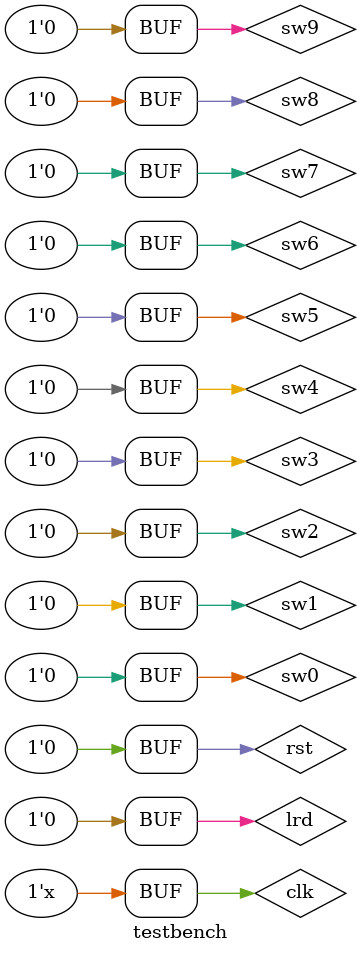
<source format=v>
`timescale 10ns / 100ps

module testbench();
reg sw1, sw2, sw3, sw4, sw5, sw6, sw7, sw8, sw9, rst, sw0, lrd;
reg clk;

wire lcd_e, lcd_rs, lcd_rw;
wire [7:0] lcd_data;

calculator calculator(sw1, sw2, sw3, sw4, sw5, sw6, sw7, sw8, sw9, rst, sw0, lrd, clk, seg, lcd_e, lcd_rs, lcd_rw, lcd_data);
initial begin
    rst = 1; clk = 0; sw1 = 0; sw2 = 0; sw3 = 0; sw4 = 0; sw5 = 0; sw6 = 0; sw7 = 0; sw8 = 0; sw9 = 0; sw0 = 0; lrd = 0;
    #1 rst = 0;
    #1 sw7 = 1;
    #10 sw7 = 0;
    #100 sw5 = 1;
    #10 sw5 = 0;
end

always #0.005 clk = ~clk;

endmodule

</source>
